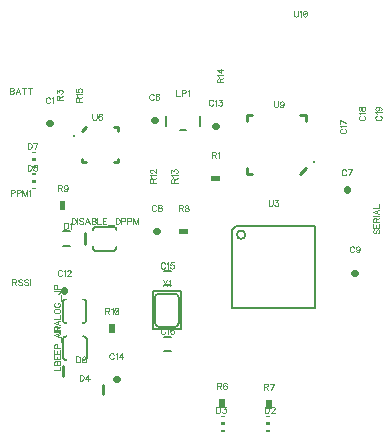
<source format=gto>
G04 DipTrace 2.3.1.0*
%INTop Silk Screen.gbr*%
%MOIN*%
%ADD10C,0.0098*%
%ADD12C,0.003*%
%ADD18C,0.006*%
%ADD20C,0.008*%
%ADD24C,0.022*%
%ADD37C,0.0118*%
%ADD45C,0.005*%
%FSLAX44Y44*%
G04*
G70*
G90*
G75*
G01*
%LNTopSilk*%
%LPD*%
X2426Y4402D2*
D20*
Y5032D1*
X3214Y4402D2*
G02X3096Y4323I-99J20D01*
G01*
Y5111D2*
G02X3214Y5032I20J-99D01*
G01*
X2544Y5111D2*
G03X2426Y5032I-20J-99D01*
G01*
Y4402D2*
G03X2544Y4323I99J20D01*
G01*
X3214Y5032D2*
Y4402D1*
X1978Y10975D2*
D24*
X2002D1*
X5492Y11085D2*
X5468D1*
X11895Y8748D2*
Y8772D1*
X5548Y7385D2*
X5572D1*
X12172Y6005D2*
X12148D1*
X2475Y5398D2*
Y5422D1*
X7508Y10895D2*
X7532D1*
X4198Y2445D2*
X4222D1*
X5796Y6046D2*
D18*
X6032D1*
X5796Y5574D2*
X6032D1*
X6034Y3394D2*
X5798D1*
X6034Y3866D2*
X5798D1*
X3161Y6952D2*
D10*
Y7328D1*
X2654Y6904D2*
D18*
X2418D1*
X2654Y7376D2*
X2418D1*
G36*
X9333Y704D2*
X9215D1*
Y763D1*
X9333D1*
Y704D1*
G37*
G36*
Y1177D2*
X9215D1*
Y1236D1*
X9333D1*
Y1177D1*
G37*
G36*
Y911D2*
X9215D1*
Y1029D1*
X9333D1*
Y911D1*
G37*
G36*
X7707Y1236D2*
X7825D1*
Y1177D1*
X7707D1*
Y1236D1*
G37*
G36*
Y763D2*
X7825D1*
Y704D1*
X7707D1*
Y763D1*
G37*
G36*
Y1029D2*
X7825D1*
Y911D1*
X7707D1*
Y1029D1*
G37*
X3765Y2267D2*
D10*
Y1953D1*
X2425Y2563D2*
Y2877D1*
G36*
X1417Y10036D2*
X1535D1*
Y9977D1*
X1417D1*
Y10036D1*
G37*
G36*
Y9563D2*
X1535D1*
Y9504D1*
X1417D1*
Y9563D1*
G37*
G36*
Y9829D2*
X1535D1*
Y9711D1*
X1417D1*
Y9829D1*
G37*
G36*
Y9306D2*
X1535D1*
Y9247D1*
X1417D1*
Y9306D1*
G37*
G36*
Y8833D2*
X1535D1*
Y8774D1*
X1417D1*
Y8833D1*
G37*
G36*
Y9099D2*
X1535D1*
Y8981D1*
X1417D1*
Y9099D1*
G37*
X3508Y7524D2*
D20*
X4138D1*
X3508Y6736D2*
G02X3429Y6854I20J99D01*
G01*
X4217D2*
G02X4138Y6736I-99J-20D01*
G01*
X4217Y7406D2*
G03X4138Y7524I-99J20D01*
G01*
X3508D2*
G03X3429Y7406I20J-99D01*
G01*
X4138Y6736D2*
X3508D1*
X2436Y3168D2*
Y3798D1*
X3224Y3168D2*
G02X3106Y3089I-99J20D01*
G01*
Y3877D2*
G02X3224Y3798I20J-99D01*
G01*
X2554Y3877D2*
G03X2436Y3798I-20J-99D01*
G01*
Y3168D2*
G03X2554Y3089I99J20D01*
G01*
X3224Y3798D2*
Y3168D1*
X5866Y10889D2*
Y11227D1*
X6986D2*
Y10889D1*
X6532Y10739D2*
X6320D1*
G36*
X7670Y9055D2*
X7370D1*
Y9235D1*
X7670D1*
Y9055D1*
G37*
G36*
X7825Y1790D2*
X7645D1*
Y1490D1*
X7825D1*
Y1790D1*
G37*
G36*
X9205Y1470D2*
X9385D1*
Y1770D1*
X9205D1*
Y1470D1*
G37*
G36*
X6310Y7465D2*
X6610D1*
Y7285D1*
X6310D1*
Y7465D1*
G37*
G36*
X2335Y8090D2*
X2515D1*
Y8390D1*
X2335D1*
Y8090D1*
G37*
G36*
X3975Y3990D2*
X4155D1*
Y4290D1*
X3975D1*
Y3990D1*
G37*
X10830Y7568D2*
D18*
Y4808D1*
X8070D1*
Y7428D1*
X8210Y7568D2*
X10830D1*
X8210D2*
X8070Y7428D1*
X8229Y7268D2*
G02X8229Y7268I141J0D01*
G01*
X4133Y10855D2*
D10*
X4251D1*
Y10737D1*
X4133Y9674D2*
X4251D1*
Y9792D2*
Y9674D1*
X3070D2*
X3188D1*
X3070Y9792D2*
Y9674D1*
D37*
X2814Y10560D3*
X3188Y10855D2*
D10*
X3070Y10737D1*
X8748Y9286D2*
X8551D1*
Y9483D1*
X8748Y11255D2*
X8551D1*
Y11058D2*
Y11255D1*
X10520D2*
X10323D1*
X10520Y11058D2*
Y11255D1*
D37*
X10815Y9680D3*
X10323Y9286D2*
D10*
X10520Y9483D1*
X6368Y5377D2*
D45*
X5423D1*
Y4117D1*
X6368D1*
Y5377D1*
X6164Y5298D2*
G02X6289Y5173I0J-125D01*
G01*
Y4321D1*
G02X6164Y4196I-125J0D01*
G01*
X5626D1*
G02X5501Y4321I0J125D01*
G01*
Y5173D1*
G02X5626Y5298I125J0D01*
G01*
X6164D1*
X2334Y3992D2*
D12*
X2133Y3915D1*
X2334Y3839D1*
X2267Y3867D2*
Y3963D1*
X2133Y4188D2*
X2334D1*
X2133Y4054D1*
X2334D1*
Y4403D2*
X2133Y4326D1*
X2334Y4249D1*
X2267Y4278D2*
Y4374D1*
X2133Y4464D2*
X2334D1*
Y4579D1*
X2133Y4698D2*
X2143Y4679D1*
X2162Y4660D1*
X2181Y4650D1*
X2210Y4641D1*
X2258D1*
X2286Y4650D1*
X2306Y4660D1*
X2325Y4679D1*
X2334Y4698D1*
Y4737D1*
X2325Y4756D1*
X2306Y4775D1*
X2286Y4784D1*
X2258Y4794D1*
X2210D1*
X2181Y4784D1*
X2162Y4775D1*
X2143Y4756D1*
X2133Y4737D1*
Y4698D1*
X2181Y4999D2*
X2162Y4989D1*
X2143Y4970D1*
X2133Y4951D1*
Y4913D1*
X2143Y4894D1*
X2162Y4875D1*
X2181Y4865D1*
X2210Y4856D1*
X2258D1*
X2286Y4865D1*
X2306Y4875D1*
X2325Y4894D1*
X2334Y4913D1*
Y4951D1*
X2325Y4970D1*
X2306Y4989D1*
X2286Y4999D1*
X2258D1*
Y4951D1*
X2368Y5061D2*
Y5242D1*
X2133Y5400D2*
X2286D1*
X2315Y5390D1*
X2325Y5381D1*
X2334Y5362D1*
Y5342D1*
X2325Y5323D1*
X2315Y5314D1*
X2286Y5304D1*
X2267D1*
X2239Y5462D2*
Y5548D1*
X2229Y5576D1*
X2219Y5586D1*
X2200Y5596D1*
X2172D1*
X2153Y5586D1*
X2143Y5576D1*
X2133Y5548D1*
Y5462D1*
X2334D1*
X660Y12158D2*
Y11957D1*
X746D1*
X775Y11967D1*
X784Y11976D1*
X794Y11995D1*
Y12024D1*
X784Y12043D1*
X775Y12053D1*
X746Y12062D1*
X775Y12072D1*
X784Y12081D1*
X794Y12100D1*
Y12120D1*
X784Y12139D1*
X775Y12148D1*
X746Y12158D1*
X660D1*
Y12062D2*
X746D1*
X1009Y11957D2*
X932Y12158D1*
X856Y11957D1*
X884Y12024D2*
X980D1*
X1137Y12158D2*
Y11957D1*
X1070Y12158D2*
X1204D1*
X1333D2*
Y11957D1*
X1266Y12158D2*
X1400D1*
X2007Y11800D2*
X1997Y11819D1*
X1978Y11838D1*
X1959Y11847D1*
X1921D1*
X1902Y11838D1*
X1883Y11819D1*
X1873Y11800D1*
X1863Y11771D1*
Y11723D1*
X1873Y11694D1*
X1883Y11675D1*
X1902Y11656D1*
X1921Y11646D1*
X1959D1*
X1978Y11656D1*
X1997Y11675D1*
X2007Y11694D1*
X2069Y11809D2*
X2088Y11819D1*
X2117Y11847D1*
Y11646D1*
X5459Y11910D2*
X5449Y11929D1*
X5430Y11949D1*
X5411Y11958D1*
X5373D1*
X5354Y11949D1*
X5334Y11929D1*
X5325Y11910D1*
X5315Y11882D1*
Y11834D1*
X5325Y11805D1*
X5334Y11786D1*
X5354Y11767D1*
X5373Y11757D1*
X5411D1*
X5430Y11767D1*
X5449Y11786D1*
X5459Y11805D1*
X5635Y11929D2*
X5626Y11948D1*
X5597Y11958D1*
X5578D1*
X5549Y11948D1*
X5530Y11920D1*
X5520Y11872D1*
Y11824D1*
X5530Y11786D1*
X5549Y11767D1*
X5578Y11757D1*
X5587D1*
X5616Y11767D1*
X5635Y11786D1*
X5645Y11815D1*
Y11824D1*
X5635Y11853D1*
X5616Y11872D1*
X5587Y11881D1*
X5578D1*
X5549Y11872D1*
X5530Y11853D1*
X5520Y11824D1*
X11869Y9392D2*
X11860Y9411D1*
X11840Y9430D1*
X11821Y9440D1*
X11783D1*
X11764Y9430D1*
X11745Y9411D1*
X11735Y9392D1*
X11726Y9363D1*
Y9315D1*
X11735Y9287D1*
X11745Y9268D1*
X11764Y9249D1*
X11783Y9239D1*
X11821D1*
X11840Y9249D1*
X11860Y9268D1*
X11869Y9287D1*
X11969Y9239D2*
X12065Y9440D1*
X11931D1*
X5534Y8210D2*
X5524Y8229D1*
X5505Y8248D1*
X5486Y8257D1*
X5448D1*
X5429Y8248D1*
X5410Y8229D1*
X5400Y8210D1*
X5391Y8181D1*
Y8133D1*
X5400Y8104D1*
X5410Y8085D1*
X5429Y8066D1*
X5448Y8056D1*
X5486D1*
X5505Y8066D1*
X5524Y8085D1*
X5534Y8104D1*
X5643Y8257D2*
X5615Y8248D1*
X5605Y8229D1*
Y8209D1*
X5615Y8190D1*
X5634Y8181D1*
X5672Y8171D1*
X5701Y8162D1*
X5720Y8142D1*
X5729Y8123D1*
Y8095D1*
X5720Y8076D1*
X5710Y8066D1*
X5682Y8056D1*
X5643D1*
X5615Y8066D1*
X5605Y8076D1*
X5596Y8095D1*
Y8123D1*
X5605Y8142D1*
X5624Y8162D1*
X5653Y8171D1*
X5691Y8181D1*
X5710Y8190D1*
X5720Y8209D1*
Y8229D1*
X5710Y8248D1*
X5682Y8257D1*
X5643D1*
X12139Y6830D2*
X12129Y6849D1*
X12110Y6869D1*
X12091Y6878D1*
X12053D1*
X12033Y6869D1*
X12014Y6849D1*
X12005Y6830D1*
X11995Y6802D1*
Y6754D1*
X12005Y6725D1*
X12014Y6706D1*
X12033Y6687D1*
X12053Y6677D1*
X12091D1*
X12110Y6687D1*
X12129Y6706D1*
X12139Y6725D1*
X12325Y6811D2*
X12315Y6782D1*
X12296Y6763D1*
X12267Y6754D1*
X12258D1*
X12229Y6763D1*
X12210Y6782D1*
X12200Y6811D1*
Y6821D1*
X12210Y6849D1*
X12229Y6868D1*
X12258Y6878D1*
X12267D1*
X12296Y6868D1*
X12315Y6849D1*
X12325Y6811D1*
Y6763D1*
X12315Y6715D1*
X12296Y6687D1*
X12267Y6677D1*
X12248D1*
X12220Y6687D1*
X12210Y6706D1*
X2394Y6042D2*
X2385Y6061D1*
X2366Y6080D1*
X2347Y6090D1*
X2308D1*
X2289Y6080D1*
X2270Y6061D1*
X2260Y6042D1*
X2251Y6013D1*
Y5965D1*
X2260Y5937D1*
X2270Y5918D1*
X2289Y5899D1*
X2308Y5889D1*
X2347D1*
X2366Y5899D1*
X2385Y5918D1*
X2394Y5937D1*
X2456Y6051D2*
X2475Y6061D1*
X2504Y6090D1*
Y5889D1*
X2576Y6042D2*
Y6051D1*
X2585Y6071D1*
X2595Y6080D1*
X2614Y6090D1*
X2652D1*
X2671Y6080D1*
X2681Y6071D1*
X2690Y6051D1*
Y6032D1*
X2681Y6013D1*
X2662Y5985D1*
X2566Y5889D1*
X2700D1*
X7439Y11720D2*
X7430Y11739D1*
X7410Y11758D1*
X7391Y11767D1*
X7353D1*
X7334Y11758D1*
X7315Y11739D1*
X7305Y11720D1*
X7296Y11691D1*
Y11643D1*
X7305Y11614D1*
X7315Y11595D1*
X7334Y11576D1*
X7353Y11566D1*
X7391D1*
X7410Y11576D1*
X7430Y11595D1*
X7439Y11614D1*
X7501Y11729D2*
X7520Y11739D1*
X7549Y11767D1*
Y11566D1*
X7630Y11767D2*
X7735D1*
X7677Y11691D1*
X7706D1*
X7725Y11681D1*
X7735Y11672D1*
X7744Y11643D1*
Y11624D1*
X7735Y11595D1*
X7716Y11576D1*
X7687Y11566D1*
X7658D1*
X7630Y11576D1*
X7620Y11586D1*
X7610Y11605D1*
X4124Y3270D2*
X4115Y3289D1*
X4096Y3308D1*
X4077Y3317D1*
X4038D1*
X4019Y3308D1*
X4000Y3289D1*
X3990Y3270D1*
X3981Y3241D1*
Y3193D1*
X3990Y3164D1*
X4000Y3145D1*
X4019Y3126D1*
X4038Y3116D1*
X4077D1*
X4096Y3126D1*
X4115Y3145D1*
X4124Y3164D1*
X4186Y3279D2*
X4205Y3289D1*
X4234Y3317D1*
Y3116D1*
X4391D2*
Y3317D1*
X4296Y3183D1*
X4439D1*
X5833Y6291D2*
X5824Y6310D1*
X5805Y6330D1*
X5786Y6339D1*
X5747D1*
X5728Y6330D1*
X5709Y6310D1*
X5699Y6291D1*
X5690Y6263D1*
Y6215D1*
X5699Y6186D1*
X5709Y6167D1*
X5728Y6148D1*
X5747Y6138D1*
X5786D1*
X5805Y6148D1*
X5824Y6167D1*
X5833Y6186D1*
X5895Y6301D2*
X5914Y6310D1*
X5943Y6339D1*
Y6138D1*
X6120Y6339D2*
X6024D1*
X6015Y6253D1*
X6024Y6262D1*
X6053Y6272D1*
X6081D1*
X6110Y6262D1*
X6129Y6243D1*
X6139Y6215D1*
Y6196D1*
X6129Y6167D1*
X6110Y6148D1*
X6081Y6138D1*
X6053D1*
X6024Y6148D1*
X6015Y6157D1*
X6005Y6176D1*
X5840Y4111D2*
X5830Y4130D1*
X5811Y4150D1*
X5792Y4159D1*
X5754D1*
X5734Y4150D1*
X5715Y4130D1*
X5706Y4111D1*
X5696Y4083D1*
Y4035D1*
X5706Y4006D1*
X5715Y3987D1*
X5734Y3968D1*
X5754Y3958D1*
X5792D1*
X5811Y3968D1*
X5830Y3987D1*
X5840Y4006D1*
X5901Y4121D2*
X5921Y4130D1*
X5949Y4159D1*
Y3958D1*
X6126Y4130D2*
X6116Y4149D1*
X6088Y4159D1*
X6069D1*
X6040Y4149D1*
X6021Y4121D1*
X6011Y4073D1*
Y4025D1*
X6021Y3987D1*
X6040Y3968D1*
X6069Y3958D1*
X6078D1*
X6107Y3968D1*
X6126Y3987D1*
X6135Y4016D1*
Y4025D1*
X6126Y4054D1*
X6107Y4073D1*
X6078Y4082D1*
X6069D1*
X6040Y4073D1*
X6021Y4054D1*
X6011Y4025D1*
X11718Y10794D2*
X11699Y10785D1*
X11680Y10766D1*
X11670Y10747D1*
Y10708D1*
X11680Y10689D1*
X11699Y10670D1*
X11718Y10660D1*
X11747Y10651D1*
X11795D1*
X11823Y10660D1*
X11842Y10670D1*
X11861Y10689D1*
X11871Y10708D1*
Y10747D1*
X11861Y10766D1*
X11842Y10785D1*
X11823Y10794D1*
X11709Y10856D2*
X11699Y10875D1*
X11670Y10904D1*
X11871D1*
Y11004D2*
X11670Y11100D1*
Y10966D1*
X12348Y11224D2*
X12329Y11215D1*
X12310Y11196D1*
X12300Y11177D1*
Y11138D1*
X12310Y11119D1*
X12329Y11100D1*
X12348Y11091D1*
X12377Y11081D1*
X12425D1*
X12453Y11091D1*
X12472Y11100D1*
X12491Y11119D1*
X12501Y11138D1*
Y11177D1*
X12491Y11196D1*
X12472Y11215D1*
X12453Y11224D1*
X12339Y11286D2*
X12329Y11305D1*
X12300Y11334D1*
X12501D1*
X12300Y11444D2*
X12310Y11415D1*
X12329Y11405D1*
X12348D1*
X12367Y11415D1*
X12377Y11434D1*
X12386Y11472D1*
X12396Y11501D1*
X12415Y11520D1*
X12434Y11530D1*
X12463D1*
X12482Y11520D1*
X12492Y11511D1*
X12501Y11482D1*
Y11444D1*
X12492Y11415D1*
X12482Y11405D1*
X12463Y11396D1*
X12434D1*
X12415Y11405D1*
X12396Y11425D1*
X12386Y11453D1*
X12377Y11491D1*
X12367Y11511D1*
X12348Y11520D1*
X12329D1*
X12310Y11511D1*
X12300Y11482D1*
Y11444D1*
X12898Y11229D2*
X12879Y11220D1*
X12860Y11200D1*
X12850Y11181D1*
Y11143D1*
X12860Y11124D1*
X12879Y11105D1*
X12898Y11095D1*
X12927Y11086D1*
X12975D1*
X13003Y11095D1*
X13022Y11105D1*
X13041Y11124D1*
X13051Y11143D1*
Y11181D1*
X13041Y11200D1*
X13022Y11220D1*
X13003Y11229D1*
X12889Y11291D2*
X12879Y11310D1*
X12850Y11339D1*
X13051D1*
X12917Y11525D2*
X12946Y11515D1*
X12965Y11496D1*
X12975Y11468D1*
Y11458D1*
X12965Y11429D1*
X12946Y11410D1*
X12917Y11401D1*
X12908D1*
X12879Y11410D1*
X12860Y11429D1*
X12850Y11458D1*
Y11468D1*
X12860Y11496D1*
X12879Y11515D1*
X12917Y11525D1*
X12965D1*
X13013Y11515D1*
X13042Y11496D1*
X13051Y11468D1*
Y11449D1*
X13042Y11420D1*
X13022Y11410D1*
X2470Y7669D2*
Y7468D1*
X2537D1*
X2566Y7478D1*
X2585Y7497D1*
X2595Y7516D1*
X2604Y7545D1*
Y7593D1*
X2595Y7621D1*
X2585Y7640D1*
X2566Y7660D1*
X2537Y7669D1*
X2470D1*
X2666Y7631D2*
X2685Y7640D1*
X2714Y7669D1*
Y7468D1*
X9169Y1529D2*
Y1328D1*
X9236D1*
X9264Y1337D1*
X9283Y1356D1*
X9293Y1376D1*
X9303Y1404D1*
Y1452D1*
X9293Y1481D1*
X9283Y1500D1*
X9264Y1519D1*
X9236Y1529D1*
X9169D1*
X9374Y1481D2*
Y1490D1*
X9383Y1509D1*
X9393Y1519D1*
X9412Y1528D1*
X9450D1*
X9469Y1519D1*
X9479Y1509D1*
X9489Y1490D1*
Y1471D1*
X9479Y1452D1*
X9460Y1423D1*
X9364Y1328D1*
X9498D1*
X7542Y1529D2*
Y1328D1*
X7609D1*
X7637Y1337D1*
X7657Y1356D1*
X7666Y1376D1*
X7676Y1404D1*
Y1452D1*
X7666Y1481D1*
X7657Y1500D1*
X7637Y1519D1*
X7609Y1529D1*
X7542D1*
X7757Y1528D2*
X7862D1*
X7804Y1452D1*
X7833D1*
X7852Y1442D1*
X7862Y1433D1*
X7871Y1404D1*
Y1385D1*
X7862Y1356D1*
X7843Y1337D1*
X7814Y1328D1*
X7785D1*
X7757Y1337D1*
X7747Y1347D1*
X7737Y1366D1*
X2985Y2600D2*
Y2399D1*
X3052D1*
X3081Y2409D1*
X3100Y2428D1*
X3109Y2447D1*
X3119Y2475D1*
Y2523D1*
X3109Y2552D1*
X3100Y2571D1*
X3081Y2590D1*
X3052Y2600D1*
X2985D1*
X3276Y2399D2*
Y2600D1*
X3181Y2466D1*
X3324D1*
X2876Y3210D2*
Y3009D1*
X2943D1*
X2971Y3019D1*
X2991Y3038D1*
X3000Y3057D1*
X3010Y3085D1*
Y3133D1*
X3000Y3162D1*
X2991Y3181D1*
X2971Y3200D1*
X2943Y3210D1*
X2876D1*
X3186Y3181D2*
X3177Y3200D1*
X3148Y3210D1*
X3129D1*
X3100Y3200D1*
X3081Y3171D1*
X3071Y3124D1*
Y3076D1*
X3081Y3038D1*
X3100Y3018D1*
X3129Y3009D1*
X3138D1*
X3167Y3018D1*
X3186Y3038D1*
X3196Y3066D1*
Y3076D1*
X3186Y3105D1*
X3167Y3124D1*
X3138Y3133D1*
X3129D1*
X3100Y3124D1*
X3081Y3105D1*
X3071Y3076D1*
X1252Y10329D2*
Y10128D1*
X1319D1*
X1347Y10137D1*
X1367Y10156D1*
X1376Y10176D1*
X1386Y10204D1*
Y10252D1*
X1376Y10281D1*
X1367Y10300D1*
X1347Y10319D1*
X1319Y10329D1*
X1252D1*
X1486Y10128D2*
X1581Y10328D1*
X1447D1*
X1252Y9599D2*
Y9398D1*
X1319D1*
X1348Y9407D1*
X1367Y9426D1*
X1376Y9446D1*
X1386Y9474D1*
Y9522D1*
X1376Y9551D1*
X1367Y9570D1*
X1348Y9589D1*
X1319Y9599D1*
X1252D1*
X1495Y9598D2*
X1467Y9589D1*
X1457Y9570D1*
Y9551D1*
X1467Y9532D1*
X1486Y9522D1*
X1524Y9512D1*
X1553Y9503D1*
X1572Y9484D1*
X1581Y9465D1*
Y9436D1*
X1572Y9417D1*
X1562Y9407D1*
X1534Y9398D1*
X1495D1*
X1467Y9407D1*
X1457Y9417D1*
X1448Y9436D1*
Y9465D1*
X1457Y9484D1*
X1476Y9503D1*
X1505Y9512D1*
X1543Y9522D1*
X1562Y9532D1*
X1572Y9551D1*
Y9570D1*
X1562Y9589D1*
X1534Y9598D1*
X1495D1*
X2718Y7817D2*
Y7616D1*
X2785D1*
X2814Y7625D1*
X2833Y7644D1*
X2842Y7664D1*
X2852Y7692D1*
Y7740D1*
X2842Y7769D1*
X2833Y7788D1*
X2814Y7807D1*
X2785Y7817D1*
X2718D1*
X2914D2*
Y7616D1*
X3109Y7788D2*
X3090Y7807D1*
X3062Y7817D1*
X3023D1*
X2995Y7807D1*
X2975Y7788D1*
Y7769D1*
X2985Y7750D1*
X2995Y7740D1*
X3014Y7731D1*
X3071Y7711D1*
X3090Y7702D1*
X3100Y7692D1*
X3109Y7673D1*
Y7644D1*
X3090Y7625D1*
X3062Y7616D1*
X3023D1*
X2995Y7625D1*
X2975Y7644D1*
X3324Y7616D2*
X3248Y7817D1*
X3171Y7616D1*
X3200Y7683D2*
X3295D1*
X3386Y7817D2*
Y7616D1*
X3472D1*
X3501Y7625D1*
X3510Y7635D1*
X3520Y7654D1*
Y7683D1*
X3510Y7702D1*
X3501Y7711D1*
X3472Y7721D1*
X3501Y7731D1*
X3510Y7740D1*
X3520Y7759D1*
Y7778D1*
X3510Y7797D1*
X3501Y7807D1*
X3472Y7817D1*
X3386D1*
Y7721D2*
X3472D1*
X3582Y7817D2*
Y7616D1*
X3696D1*
X3882Y7817D2*
X3758D1*
Y7616D1*
X3882D1*
X3758Y7721D2*
X3835D1*
X3944Y7582D2*
X4126D1*
X4188Y7817D2*
Y7616D1*
X4255D1*
X4283Y7625D1*
X4303Y7644D1*
X4312Y7664D1*
X4322Y7692D1*
Y7740D1*
X4312Y7769D1*
X4303Y7788D1*
X4283Y7807D1*
X4255Y7817D1*
X4188D1*
X4383Y7711D2*
X4470D1*
X4498Y7721D1*
X4508Y7731D1*
X4517Y7750D1*
Y7778D1*
X4508Y7797D1*
X4498Y7807D1*
X4470Y7817D1*
X4383D1*
Y7616D1*
X4579Y7711D2*
X4665D1*
X4694Y7721D1*
X4704Y7731D1*
X4713Y7750D1*
Y7778D1*
X4704Y7797D1*
X4694Y7807D1*
X4665Y7817D1*
X4579D1*
Y7616D1*
X4928D2*
Y7817D1*
X4851Y7616D1*
X4775Y7817D1*
Y7616D1*
X2143Y2745D2*
X2344D1*
Y2860D1*
X2143Y2922D2*
X2344D1*
Y3008D1*
X2335Y3037D1*
X2325Y3046D1*
X2306Y3056D1*
X2277D1*
X2258Y3046D1*
X2249Y3037D1*
X2239Y3008D1*
X2229Y3037D1*
X2220Y3046D1*
X2201Y3056D1*
X2182D1*
X2163Y3046D1*
X2153Y3037D1*
X2143Y3008D1*
Y2922D1*
X2239D2*
Y3008D1*
X2143Y3242D2*
Y3118D1*
X2344D1*
Y3242D1*
X2239Y3118D2*
Y3194D1*
X2143Y3428D2*
Y3304D1*
X2344D1*
Y3428D1*
X2239Y3304D2*
Y3380D1*
X2249Y3490D2*
Y3576D1*
X2239Y3604D1*
X2229Y3614D1*
X2210Y3624D1*
X2182D1*
X2163Y3614D1*
X2153Y3604D1*
X2143Y3576D1*
Y3490D1*
X2344D1*
X2378Y3685D2*
Y3867D1*
X2143Y4025D2*
X2296D1*
X2325Y4015D1*
X2335Y4005D1*
X2344Y3986D1*
Y3967D1*
X2335Y3948D1*
X2325Y3939D1*
X2296Y3929D1*
X2277D1*
X2249Y4086D2*
Y4173D1*
X2239Y4201D1*
X2229Y4211D1*
X2210Y4220D1*
X2182D1*
X2163Y4211D1*
X2153Y4201D1*
X2143Y4173D1*
Y4086D1*
X2344D1*
X6216Y12099D2*
Y11898D1*
X6331D1*
X6392Y11994D2*
X6479D1*
X6507Y12003D1*
X6517Y12013D1*
X6526Y12032D1*
Y12061D1*
X6517Y12080D1*
X6507Y12090D1*
X6479Y12099D1*
X6392D1*
Y11898D1*
X6588Y12061D2*
X6607Y12070D1*
X6636Y12099D1*
Y11898D1*
X693Y8663D2*
X779D1*
X808Y8672D1*
X817Y8682D1*
X827Y8701D1*
Y8730D1*
X817Y8749D1*
X808Y8758D1*
X779Y8768D1*
X693D1*
Y8567D1*
X889Y8663D2*
X975D1*
X1003Y8672D1*
X1013Y8682D1*
X1023Y8701D1*
Y8730D1*
X1013Y8749D1*
X1003Y8758D1*
X975Y8768D1*
X889D1*
Y8567D1*
X1237D2*
Y8768D1*
X1161Y8567D1*
X1084Y8768D1*
Y8567D1*
X1299Y8729D2*
X1318Y8739D1*
X1347Y8768D1*
Y8567D1*
X7398Y9922D2*
X7484D1*
X7513Y9931D1*
X7523Y9941D1*
X7532Y9960D1*
Y9979D1*
X7523Y9998D1*
X7513Y10008D1*
X7484Y10017D1*
X7398D1*
Y9816D1*
X7465Y9922D2*
X7532Y9816D1*
X7594Y9979D2*
X7613Y9989D1*
X7642Y10017D1*
Y9816D1*
X2316Y11771D2*
Y11857D1*
X2306Y11885D1*
X2297Y11895D1*
X2278Y11904D1*
X2259D1*
X2239Y11895D1*
X2230Y11885D1*
X2220Y11857D1*
Y11771D1*
X2421D1*
X2316Y11837D2*
X2421Y11904D1*
X2220Y11985D2*
Y12090D1*
X2297Y12033D1*
Y12062D1*
X2306Y12081D1*
X2316Y12090D1*
X2345Y12100D1*
X2364D1*
X2392Y12090D1*
X2412Y12071D1*
X2421Y12043D1*
Y12014D1*
X2412Y11985D1*
X2402Y11976D1*
X2383Y11966D1*
X7575Y2224D2*
X7661D1*
X7690Y2234D1*
X7700Y2243D1*
X7709Y2262D1*
Y2282D1*
X7700Y2301D1*
X7690Y2310D1*
X7661Y2320D1*
X7575D1*
Y2119D1*
X7642Y2224D2*
X7709Y2119D1*
X7886Y2291D2*
X7876Y2310D1*
X7848Y2320D1*
X7829D1*
X7800Y2310D1*
X7781Y2281D1*
X7771Y2234D1*
Y2186D1*
X7781Y2148D1*
X7800Y2128D1*
X7829Y2119D1*
X7838D1*
X7867Y2128D1*
X7886Y2148D1*
X7895Y2176D1*
Y2186D1*
X7886Y2215D1*
X7867Y2234D1*
X7838Y2243D1*
X7829D1*
X7800Y2234D1*
X7781Y2215D1*
X7771Y2186D1*
X9130Y2204D2*
X9216D1*
X9245Y2214D1*
X9254Y2223D1*
X9264Y2242D1*
Y2262D1*
X9254Y2281D1*
X9245Y2290D1*
X9216Y2300D1*
X9130D1*
Y2099D1*
X9197Y2204D2*
X9264Y2099D1*
X9364D2*
X9459Y2300D1*
X9326D1*
X6295Y8152D2*
X6381D1*
X6410Y8162D1*
X6420Y8172D1*
X6429Y8191D1*
Y8210D1*
X6420Y8229D1*
X6410Y8239D1*
X6381Y8248D1*
X6295D1*
Y8047D1*
X6362Y8152D2*
X6429Y8047D1*
X6539Y8248D2*
X6510Y8238D1*
X6500Y8219D1*
Y8200D1*
X6510Y8181D1*
X6529Y8171D1*
X6567Y8162D1*
X6596Y8152D1*
X6615Y8133D1*
X6625Y8114D1*
Y8085D1*
X6615Y8066D1*
X6606Y8057D1*
X6577Y8047D1*
X6539D1*
X6510Y8057D1*
X6500Y8066D1*
X6491Y8085D1*
Y8114D1*
X6500Y8133D1*
X6520Y8152D1*
X6548Y8162D1*
X6586Y8171D1*
X6606Y8181D1*
X6615Y8200D1*
Y8219D1*
X6606Y8238D1*
X6577Y8248D1*
X6539D1*
X2265Y8824D2*
X2351D1*
X2379Y8834D1*
X2389Y8843D1*
X2399Y8862D1*
Y8882D1*
X2389Y8901D1*
X2379Y8910D1*
X2351Y8920D1*
X2265D1*
Y8719D1*
X2332Y8824D2*
X2399Y8719D1*
X2585Y8853D2*
X2575Y8824D1*
X2556Y8805D1*
X2527Y8795D1*
X2518D1*
X2489Y8805D1*
X2470Y8824D1*
X2460Y8853D1*
Y8862D1*
X2470Y8891D1*
X2489Y8910D1*
X2518Y8920D1*
X2527D1*
X2556Y8910D1*
X2575Y8891D1*
X2585Y8853D1*
Y8805D1*
X2575Y8757D1*
X2556Y8728D1*
X2527Y8719D1*
X2508D1*
X2480Y8728D1*
X2470Y8748D1*
X3845Y4724D2*
X3931D1*
X3960Y4734D1*
X3969Y4743D1*
X3979Y4762D1*
Y4782D1*
X3969Y4801D1*
X3960Y4810D1*
X3931Y4820D1*
X3845D1*
Y4619D1*
X3912Y4724D2*
X3979Y4619D1*
X4041Y4781D2*
X4060Y4791D1*
X4089Y4820D1*
Y4619D1*
X4208Y4820D2*
X4179Y4810D1*
X4160Y4781D1*
X4150Y4734D1*
Y4705D1*
X4160Y4657D1*
X4179Y4628D1*
X4208Y4619D1*
X4227D1*
X4256Y4628D1*
X4275Y4657D1*
X4284Y4705D1*
Y4734D1*
X4275Y4781D1*
X4256Y4810D1*
X4227Y4820D1*
X4208D1*
X4275Y4781D2*
X4160Y4657D1*
X5436Y9005D2*
Y9091D1*
X5426Y9120D1*
X5417Y9129D1*
X5398Y9139D1*
X5379D1*
X5359Y9129D1*
X5350Y9120D1*
X5340Y9091D1*
Y9005D1*
X5541D1*
X5436Y9072D2*
X5541Y9139D1*
X5379Y9201D2*
X5369Y9220D1*
X5340Y9249D1*
X5541D1*
X5388Y9320D2*
X5379D1*
X5359Y9330D1*
X5350Y9339D1*
X5340Y9358D1*
Y9397D1*
X5350Y9416D1*
X5359Y9425D1*
X5379Y9435D1*
X5398D1*
X5417Y9425D1*
X5445Y9406D1*
X5541Y9310D1*
Y9444D1*
X6146Y9005D2*
Y9091D1*
X6136Y9120D1*
X6127Y9129D1*
X6108Y9139D1*
X6089D1*
X6069Y9129D1*
X6060Y9120D1*
X6050Y9091D1*
Y9005D1*
X6251D1*
X6146Y9072D2*
X6251Y9139D1*
X6089Y9201D2*
X6079Y9220D1*
X6050Y9249D1*
X6251D1*
X6050Y9330D2*
Y9435D1*
X6127Y9377D1*
Y9406D1*
X6136Y9425D1*
X6146Y9435D1*
X6175Y9444D1*
X6194D1*
X6222Y9435D1*
X6242Y9416D1*
X6251Y9387D1*
Y9358D1*
X6242Y9330D1*
X6232Y9320D1*
X6213Y9310D1*
X7676Y12340D2*
Y12426D1*
X7666Y12455D1*
X7657Y12465D1*
X7638Y12474D1*
X7619D1*
X7599Y12465D1*
X7590Y12455D1*
X7580Y12426D1*
Y12340D1*
X7781D1*
X7676Y12407D2*
X7781Y12474D1*
X7619Y12536D2*
X7609Y12555D1*
X7580Y12584D1*
X7781D1*
Y12741D2*
X7580D1*
X7714Y12646D1*
Y12789D1*
X2966Y11705D2*
Y11791D1*
X2956Y11820D1*
X2947Y11829D1*
X2928Y11839D1*
X2909D1*
X2889Y11829D1*
X2880Y11820D1*
X2870Y11791D1*
Y11705D1*
X3071D1*
X2966Y11772D2*
X3071Y11839D1*
X2909Y11901D2*
X2899Y11920D1*
X2870Y11949D1*
X3071D1*
X2870Y12125D2*
Y12030D1*
X2956Y12020D1*
X2947Y12030D1*
X2937Y12058D1*
Y12087D1*
X2947Y12116D1*
X2966Y12135D1*
X2995Y12144D1*
X3014D1*
X3042Y12135D1*
X3062Y12116D1*
X3071Y12087D1*
Y12058D1*
X3062Y12030D1*
X3052Y12020D1*
X3033Y12010D1*
X746Y5682D2*
X832D1*
X861Y5692D1*
X871Y5701D1*
X880Y5720D1*
Y5740D1*
X871Y5759D1*
X861Y5768D1*
X832Y5778D1*
X746D1*
Y5577D1*
X813Y5682D2*
X880Y5577D1*
X1076Y5749D2*
X1057Y5768D1*
X1028Y5778D1*
X990D1*
X961Y5768D1*
X942Y5749D1*
Y5730D1*
X952Y5711D1*
X961Y5701D1*
X980Y5692D1*
X1038Y5673D1*
X1057Y5663D1*
X1067Y5653D1*
X1076Y5634D1*
Y5606D1*
X1057Y5587D1*
X1028Y5577D1*
X990D1*
X961Y5587D1*
X942Y5606D1*
X1272Y5749D2*
X1253Y5768D1*
X1224Y5778D1*
X1186D1*
X1157Y5768D1*
X1138Y5749D1*
Y5730D1*
X1148Y5711D1*
X1157Y5701D1*
X1176Y5692D1*
X1234Y5673D1*
X1253Y5663D1*
X1262Y5653D1*
X1272Y5634D1*
Y5606D1*
X1253Y5587D1*
X1224Y5577D1*
X1186D1*
X1157Y5587D1*
X1138Y5606D1*
X1334Y5778D2*
Y5577D1*
X12805Y7440D2*
X12786Y7420D1*
X12777Y7392D1*
Y7354D1*
X12786Y7325D1*
X12805Y7306D1*
X12824D1*
X12844Y7315D1*
X12853Y7325D1*
X12863Y7344D1*
X12882Y7401D1*
X12891Y7420D1*
X12901Y7430D1*
X12920Y7440D1*
X12949D1*
X12968Y7420D1*
X12978Y7392D1*
Y7354D1*
X12968Y7325D1*
X12949Y7306D1*
X12777Y7626D2*
Y7501D1*
X12978D1*
Y7626D1*
X12872Y7501D2*
Y7578D1*
Y7687D2*
Y7773D1*
X12863Y7802D1*
X12853Y7812D1*
X12834Y7821D1*
X12815D1*
X12796Y7812D1*
X12786Y7802D1*
X12777Y7773D1*
Y7687D1*
X12978D1*
X12872Y7754D2*
X12978Y7821D1*
X12777Y7883D2*
X12978D1*
Y8098D2*
X12777Y8021D1*
X12978Y7945D1*
X12911Y7973D2*
Y8069D1*
X12777Y8160D2*
X12978D1*
Y8274D1*
X9285Y8421D2*
Y8277D1*
X9295Y8248D1*
X9314Y8229D1*
X9343Y8220D1*
X9362D1*
X9390Y8229D1*
X9410Y8248D1*
X9419Y8277D1*
Y8421D1*
X9500Y8420D2*
X9605D1*
X9548Y8344D1*
X9577D1*
X9596Y8334D1*
X9605Y8325D1*
X9615Y8296D1*
Y8277D1*
X9605Y8248D1*
X9586Y8229D1*
X9557Y8220D1*
X9529D1*
X9500Y8229D1*
X9491Y8239D1*
X9481Y8258D1*
X3417Y11296D2*
Y11152D1*
X3427Y11124D1*
X3446Y11105D1*
X3475Y11095D1*
X3494D1*
X3522Y11105D1*
X3542Y11124D1*
X3551Y11152D1*
Y11296D1*
X3728Y11267D2*
X3718Y11286D1*
X3689Y11296D1*
X3670D1*
X3642Y11286D1*
X3622Y11257D1*
X3613Y11210D1*
Y11162D1*
X3622Y11124D1*
X3642Y11104D1*
X3670Y11095D1*
X3680D1*
X3708Y11104D1*
X3728Y11124D1*
X3737Y11152D1*
Y11162D1*
X3728Y11191D1*
X3708Y11210D1*
X3680Y11219D1*
X3670D1*
X3642Y11210D1*
X3622Y11191D1*
X3613Y11162D1*
X9469Y11715D2*
Y11572D1*
X9478Y11543D1*
X9497Y11524D1*
X9526Y11514D1*
X9545D1*
X9574Y11524D1*
X9593Y11543D1*
X9603Y11572D1*
Y11715D1*
X9789Y11648D2*
X9779Y11619D1*
X9760Y11600D1*
X9731Y11591D1*
X9722D1*
X9693Y11600D1*
X9674Y11619D1*
X9664Y11648D1*
Y11658D1*
X9674Y11686D1*
X9693Y11705D1*
X9722Y11715D1*
X9731D1*
X9760Y11705D1*
X9779Y11686D1*
X9789Y11648D1*
Y11600D1*
X9779Y11552D1*
X9760Y11524D1*
X9731Y11514D1*
X9712D1*
X9684Y11524D1*
X9674Y11543D1*
X10135Y14736D2*
Y14593D1*
X10145Y14564D1*
X10164Y14545D1*
X10192Y14535D1*
X10212D1*
X10240Y14545D1*
X10259Y14564D1*
X10269Y14593D1*
Y14736D1*
X10331Y14698D2*
X10350Y14707D1*
X10379Y14736D1*
Y14535D1*
X10498Y14736D2*
X10469Y14726D1*
X10450Y14698D1*
X10440Y14650D1*
Y14621D1*
X10450Y14573D1*
X10469Y14545D1*
X10498Y14535D1*
X10517D1*
X10546Y14545D1*
X10565Y14573D1*
X10574Y14621D1*
Y14650D1*
X10565Y14698D1*
X10546Y14726D1*
X10517Y14736D1*
X10498D1*
X10565Y14698D2*
X10450Y14573D1*
X5773Y5748D2*
X5907Y5548D1*
Y5748D2*
X5773Y5548D1*
X5969Y5710D2*
X5988Y5720D1*
X6017Y5748D1*
Y5548D1*
M02*

</source>
